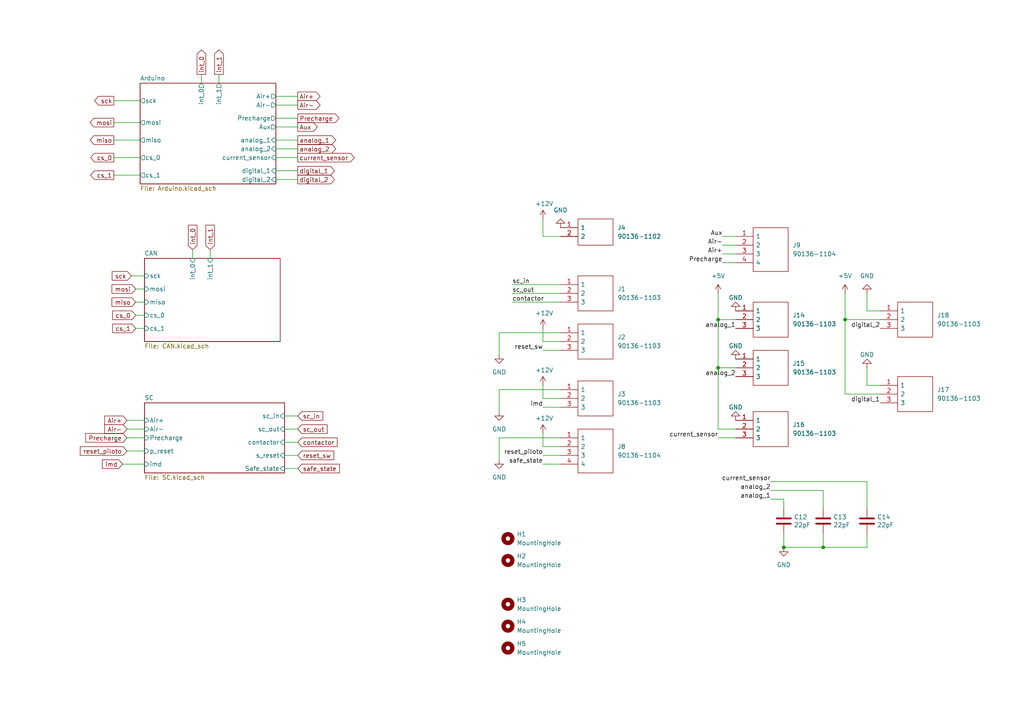
<source format=kicad_sch>
(kicad_sch (version 20211123) (generator eeschema)
  (paper "A4")
  (lib_symbols
    (symbol "Conector 2 pin C-grid:90136-1102" (pin_names (offset 0.762))
      (property "Reference" "J" (at 16.51 7.62 0))
      (property "Value" "90136-1102" (at 16.51 5.08 0))
      (symbol "90136-1102_0_0"
        (pin passive line (at 0 0 0) (length 5.08) (name "1") (number "1"))
        (pin passive line (at 0 -2.54 0) (length 5.08) (name "2") (number "2"))
      )
      (symbol "90136-1102_0_1"
        (polyline (pts (xy 5.08 2.54) (xy 15.24 2.54) (xy 15.24 -5.08) (xy 5.08 -5.08) (xy 5.08 2.54)) (stroke (width 0.1524)))
      )
    )
    (symbol "Conector 3 pin C-grid:90136-1103" (pin_names (offset 0.762))
      (property "Reference" "J" (at 16.51 7.62 0))
      (property "Value" "90136-1103" (at 16.51 5.08 0))
      (symbol "90136-1103_0_0"
        (pin passive line (at 0 0 0) (length 5.08) (name "1") (number "1"))
        (pin passive line (at 0 -2.54 0) (length 5.08) (name "2") (number "2"))
        (pin passive line (at 0 -5.08 0) (length 5.08) (name "3") (number "3"))
      )
      (symbol "90136-1103_0_1"
        (polyline (pts (xy 5.08 2.54) (xy 15.24 2.54) (xy 15.24 -7.62) (xy 5.08 -7.62) (xy 5.08 2.54)) (stroke (width 0.1524)))
      )
    )
    (symbol "Conector 4 pin C-grid:90136-1104" (pin_names (offset 0.762))
      (property "Reference" "J" (at 16.51 7.62 0))
      (property "Value" "90136-1104" (at 16.51 5.08 0))
      (symbol "90136-1104_0_0"
        (pin passive line (at 0 0 0) (length 5.08) (name "1") (number "1"))
        (pin passive line (at 0 -2.54 0) (length 5.08) (name "2") (number "2"))
        (pin passive line (at 0 -5.08 0) (length 5.08) (name "3") (number "3"))
        (pin passive line (at 0 -7.62 0) (length 5.08) (name "4") (number "4"))
      )
      (symbol "90136-1104_0_1"
        (polyline (pts (xy 5.08 2.54) (xy 15.24 2.54) (xy 15.24 -10.16) (xy 5.08 -10.16) (xy 5.08 2.54)) (stroke (width 0.1524)))
      )
    )
    (symbol "Device:C" (pin_numbers hide) (pin_names (offset 0.254))
      (property "Reference" "C" (at 0.635 2.54 0))
      (property "Value" "C" (at 0.635 -2.54 0))
      (symbol "C_0_1"
        (polyline (pts (xy -2.032 -0.762) (xy 2.032 -0.762)) (stroke (width 0.508)))
        (polyline (pts (xy -2.032 0.762) (xy 2.032 0.762)) (stroke (width 0.508)))
      )
      (symbol "C_1_1"
        (pin passive line (at 0 3.81 270) (length 2.794) (name "~") (number "1"))
        (pin passive line (at 0 -3.81 90) (length 2.794) (name "~") (number "2"))
      )
    )
    (symbol "Mechanical:MountingHole" (pin_names (offset 1.016))
      (property "Reference" "H" (at 0 5.08 0))
      (property "Value" "MountingHole" (at 0 3.175 0))
      (symbol "MountingHole_0_1"
        (circle (center 0 0) (radius 1.27) (stroke (width 1.27)))
      )
    )
    (symbol "power:+12V" (power) (pin_names (offset 0))
      (property "Value" "+12V" (at 0 3.556 0))
      (symbol "+12V_0_1"
        (polyline (pts (xy -0.762 1.27) (xy 0 2.54)))
        (polyline (pts (xy 0 0) (xy 0 2.54)))
        (polyline (pts (xy 0 2.54) (xy 0.762 1.27)))
      )
      (symbol "+12V_1_1"
        (pin power_in line (at 0 0 90) (length 0) hide (name "+12V") (number "1"))
      )
    )
    (symbol "power:+5V" (power) (pin_names (offset 0))
      (property "Value" "+5V" (at 0 3.556 0))
      (symbol "+5V_0_1"
        (polyline (pts (xy -0.762 1.27) (xy 0 2.54)))
        (polyline (pts (xy 0 0) (xy 0 2.54)))
        (polyline (pts (xy 0 2.54) (xy 0.762 1.27)))
      )
      (symbol "+5V_1_1"
        (pin power_in line (at 0 0 90) (length 0) hide (name "+5V") (number "1"))
      )
    )
    (symbol "power:GND" (power) (pin_names (offset 0))
      (property "Value" "GND" (at 0 -3.81 0))
      (symbol "GND_0_1"
        (polyline (pts (xy 0 0) (xy 0 -1.27) (xy 1.27 -1.27) (xy 0 -2.54) (xy -1.27 -1.27) (xy 0 -1.27)))
      )
      (symbol "GND_1_1"
        (pin power_in line (at 0 0 270) (length 0) hide (name "GND") (number "1"))
      )
    )
  )
  (junction (at 245.11 92.71))
  (junction (at 208.28 92.71))
  (junction (at 208.28 106.68))
  (junction (at 238.76 158.75))
  (junction (at 227.33 158.75))
  (wire (pts (xy 35.56 134.62) (xy 41.91 134.62)))
  (wire (pts (xy 157.48 111.76) (xy 157.48 115.57)))
  (wire (pts (xy 80.01 43.18) (xy 86.36 43.18)))
  (wire (pts (xy 33.02 50.8) (xy 40.64 50.8)))
  (wire (pts (xy 60.96 72.39) (xy 60.96 74.93)))
  (wire (pts (xy 208.28 127) (xy 213.36 127)))
  (wire (pts (xy 39.37 87.63) (xy 41.91 87.63)))
  (wire (pts (xy 144.78 113.03) (xy 144.78 119.38)))
  (wire (pts (xy 251.46 154.94) (xy 251.46 158.75)))
  (wire (pts (xy 157.48 129.54) (xy 162.56 129.54)))
  (wire (pts (xy 251.46 90.17) (xy 255.27 90.17)))
  (wire (pts (xy 251.46 106.68) (xy 251.46 111.76)))
  (wire (pts (xy 157.48 125.73) (xy 157.48 129.54)))
  (wire (pts (xy 36.83 124.46) (xy 41.91 124.46)))
  (wire (pts (xy 82.55 120.65) (xy 86.36 120.65)))
  (wire (pts (xy 157.48 134.62) (xy 162.56 134.62)))
  (wire (pts (xy 63.5 21.59) (xy 63.5 24.13)))
  (wire (pts (xy 36.83 130.81) (xy 41.91 130.81)))
  (wire (pts (xy 227.33 158.75) (xy 238.76 158.75)))
  (wire (pts (xy 245.11 85.09) (xy 245.11 92.71)))
  (wire (pts (xy 157.48 115.57) (xy 162.56 115.57)))
  (wire (pts (xy 238.76 142.24) (xy 238.76 147.32)))
  (wire (pts (xy 208.28 124.46) (xy 213.36 124.46)))
  (wire (pts (xy 144.78 127) (xy 144.78 133.35)))
  (wire (pts (xy 33.02 45.72) (xy 40.64 45.72)))
  (wire (pts (xy 227.33 154.94) (xy 227.33 158.75)))
  (wire (pts (xy 251.46 111.76) (xy 255.27 111.76)))
  (wire (pts (xy 209.55 73.66) (xy 213.36 73.66)))
  (wire (pts (xy 80.01 27.94) (xy 86.36 27.94)))
  (wire (pts (xy 157.48 99.06) (xy 162.56 99.06)))
  (wire (pts (xy 238.76 158.75) (xy 251.46 158.75)))
  (wire (pts (xy 82.55 132.08) (xy 86.36 132.08)))
  (wire (pts (xy 80.01 30.48) (xy 86.36 30.48)))
  (wire (pts (xy 251.46 139.7) (xy 251.46 147.32)))
  (wire (pts (xy 33.02 35.56) (xy 40.64 35.56)))
  (wire (pts (xy 209.55 76.2) (xy 213.36 76.2)))
  (wire (pts (xy 223.52 144.78) (xy 227.33 144.78)))
  (wire (pts (xy 223.52 142.24) (xy 238.76 142.24)))
  (wire (pts (xy 208.28 85.09) (xy 208.28 92.71)))
  (wire (pts (xy 208.28 92.71) (xy 208.28 106.68)))
  (wire (pts (xy 39.37 91.44) (xy 41.91 91.44)))
  (wire (pts (xy 36.83 121.92) (xy 41.91 121.92)))
  (wire (pts (xy 238.76 154.94) (xy 238.76 158.75)))
  (wire (pts (xy 33.02 29.21) (xy 40.64 29.21)))
  (wire (pts (xy 227.33 147.32) (xy 227.33 144.78)))
  (wire (pts (xy 157.48 68.58) (xy 162.56 68.58)))
  (wire (pts (xy 245.11 92.71) (xy 245.11 114.3)))
  (wire (pts (xy 80.01 52.07) (xy 86.36 52.07)))
  (wire (pts (xy 58.42 21.59) (xy 58.42 24.13)))
  (wire (pts (xy 208.28 92.71) (xy 213.36 92.71)))
  (wire (pts (xy 148.59 82.55) (xy 162.56 82.55)))
  (wire (pts (xy 209.55 68.58) (xy 213.36 68.58)))
  (wire (pts (xy 80.01 49.53) (xy 86.36 49.53)))
  (wire (pts (xy 255.27 92.71) (xy 245.11 92.71)))
  (wire (pts (xy 82.55 135.89) (xy 86.36 135.89)))
  (wire (pts (xy 157.48 63.5) (xy 157.48 68.58)))
  (wire (pts (xy 148.59 87.63) (xy 162.56 87.63)))
  (wire (pts (xy 144.78 96.52) (xy 162.56 96.52)))
  (wire (pts (xy 80.01 36.83) (xy 86.36 36.83)))
  (wire (pts (xy 157.48 95.25) (xy 157.48 99.06)))
  (wire (pts (xy 208.28 106.68) (xy 208.28 124.46)))
  (wire (pts (xy 82.55 128.27) (xy 86.36 128.27)))
  (wire (pts (xy 55.88 72.39) (xy 55.88 74.93)))
  (wire (pts (xy 144.78 96.52) (xy 144.78 102.87)))
  (wire (pts (xy 39.37 95.25) (xy 41.91 95.25)))
  (wire (pts (xy 209.55 71.12) (xy 213.36 71.12)))
  (wire (pts (xy 148.59 85.09) (xy 162.56 85.09)))
  (wire (pts (xy 251.46 85.09) (xy 251.46 90.17)))
  (wire (pts (xy 38.1 80.01) (xy 41.91 80.01)))
  (wire (pts (xy 223.52 139.7) (xy 251.46 139.7)))
  (wire (pts (xy 162.56 127) (xy 144.78 127)))
  (wire (pts (xy 208.28 106.68) (xy 213.36 106.68)))
  (wire (pts (xy 157.48 118.11) (xy 162.56 118.11)))
  (wire (pts (xy 80.01 40.64) (xy 86.36 40.64)))
  (wire (pts (xy 157.48 132.08) (xy 162.56 132.08)))
  (wire (pts (xy 39.37 83.82) (xy 41.91 83.82)))
  (wire (pts (xy 162.56 113.03) (xy 144.78 113.03)))
  (wire (pts (xy 157.48 101.6) (xy 162.56 101.6)))
  (wire (pts (xy 80.01 34.29) (xy 86.36 34.29)))
  (wire (pts (xy 33.02 40.64) (xy 40.64 40.64)))
  (wire (pts (xy 80.01 45.72) (xy 86.36 45.72)))
  (wire (pts (xy 245.11 114.3) (xy 255.27 114.3)))
  (wire (pts (xy 82.55 124.46) (xy 86.36 124.46)))
  (wire (pts (xy 36.83 127) (xy 41.91 127)))
  (label "imd" (at 157.48 118.11 180))
  (label "reset_piloto" (at 157.48 132.08 180))
  (label "Air-" (at 209.55 71.12 180))
  (label "Precharge" (at 209.55 76.2 180))
  (label "analog_2" (at 213.36 109.22 180))
  (label "current_sensor" (at 223.52 139.7 180))
  (label "digital_1" (at 255.27 116.84 180))
  (label "contactor" (at 148.59 87.63 0))
  (label "sc_out" (at 148.59 85.09 0))
  (label "digital_2" (at 255.27 95.25 180))
  (label "analog_1" (at 223.52 144.78 180))
  (label "analog_2" (at 223.52 142.24 180))
  (label "current_sensor" (at 208.28 127 180))
  (label "Aux" (at 209.55 68.58 180))
  (label "sc_in" (at 148.59 82.55 0))
  (label "analog_1" (at 213.36 95.25 180))
  (label "safe_state" (at 157.48 134.62 180))
  (label "reset_sw" (at 157.48 101.6 180))
  (label "Air+" (at 209.55 73.66 180))
  (global_label "Air+" (shape input) (at 36.83 121.92 180) (property "Intersheet References" "${INTERSHEET_REFS}" (effects hide)))
  (global_label "Precharge" (shape output) (at 86.36 34.29 0) (property "Intersheet References" "${INTERSHEET_REFS}" (effects hide)))
  (global_label "int_1" (shape input) (at 60.96 72.39 90) (property "Intersheet References" "${INTERSHEET_REFS}" (effects hide)))
  (global_label "reset_piloto" (shape input) (at 36.83 130.81 180) (property "Intersheet References" "${INTERSHEET_REFS}" (effects hide)))
  (global_label "Air-" (shape output) (at 86.36 30.48 0) (property "Intersheet References" "${INTERSHEET_REFS}" (effects hide)))
  (global_label "digital_2" (shape output) (at 86.36 52.07 0) (property "Intersheet References" "${INTERSHEET_REFS}" (effects hide)))
  (global_label "int_0" (shape input) (at 55.88 72.39 90) (property "Intersheet References" "${INTERSHEET_REFS}" (effects hide)))
  (global_label "miso" (shape output) (at 33.02 40.64 180) (property "Intersheet References" "${INTERSHEET_REFS}" (effects hide)))
  (global_label "cs_1" (shape output) (at 33.02 50.8 180) (property "Intersheet References" "${INTERSHEET_REFS}" (effects hide)))
  (global_label "cs_0" (shape input) (at 39.37 91.44 180) (property "Intersheet References" "${INTERSHEET_REFS}" (effects hide)))
  (global_label "reset_sw" (shape input) (at 86.36 132.08 0) (property "Intersheet References" "${INTERSHEET_REFS}" (effects hide)))
  (global_label "miso" (shape input) (at 39.37 87.63 180) (property "Intersheet References" "${INTERSHEET_REFS}" (effects hide)))
  (global_label "mosi" (shape output) (at 33.02 35.56 180) (property "Intersheet References" "${INTERSHEET_REFS}" (effects hide)))
  (global_label "Air+" (shape output) (at 86.36 27.94 0) (property "Intersheet References" "${INTERSHEET_REFS}" (effects hide)))
  (global_label "int_0" (shape output) (at 58.42 21.59 90) (property "Intersheet References" "${INTERSHEET_REFS}" (effects hide)))
  (global_label "safe_state" (shape input) (at 86.36 135.89 0) (property "Intersheet References" "${INTERSHEET_REFS}" (effects hide)))
  (global_label "analog_2" (shape output) (at 86.36 43.18 0) (property "Intersheet References" "${INTERSHEET_REFS}" (effects hide)))
  (global_label "Aux" (shape output) (at 86.36 36.83 0) (property "Intersheet References" "${INTERSHEET_REFS}" (effects hide)))
  (global_label "sc_out" (shape input) (at 86.36 124.46 0) (property "Intersheet References" "${INTERSHEET_REFS}" (effects hide)))
  (global_label "digital_1" (shape output) (at 86.36 49.53 0) (property "Intersheet References" "${INTERSHEET_REFS}" (effects hide)))
  (global_label "cs_1" (shape input) (at 39.37 95.25 180) (property "Intersheet References" "${INTERSHEET_REFS}" (effects hide)))
  (global_label "Air-" (shape input) (at 36.83 124.46 180) (property "Intersheet References" "${INTERSHEET_REFS}" (effects hide)))
  (global_label "mosi" (shape input) (at 39.37 83.82 180) (property "Intersheet References" "${INTERSHEET_REFS}" (effects hide)))
  (global_label "int_1" (shape output) (at 63.5 21.59 90) (property "Intersheet References" "${INTERSHEET_REFS}" (effects hide)))
  (global_label "cs_0" (shape output) (at 33.02 45.72 180) (property "Intersheet References" "${INTERSHEET_REFS}" (effects hide)))
  (global_label "Precharge" (shape input) (at 36.83 127 180) (property "Intersheet References" "${INTERSHEET_REFS}" (effects hide)))
  (global_label "sck" (shape output) (at 33.02 29.21 180) (property "Intersheet References" "${INTERSHEET_REFS}" (effects hide)))
  (global_label "contactor" (shape input) (at 86.36 128.27 0) (property "Intersheet References" "${INTERSHEET_REFS}" (effects hide)))
  (global_label "sck" (shape input) (at 38.1 80.01 180) (property "Intersheet References" "${INTERSHEET_REFS}" (effects hide)))
  (global_label "analog_1" (shape output) (at 86.36 40.64 0) (property "Intersheet References" "${INTERSHEET_REFS}" (effects hide)))
  (global_label "current_sensor" (shape output) (at 86.36 45.72 0) (property "Intersheet References" "${INTERSHEET_REFS}" (effects hide)))
  (global_label "sc_in" (shape input) (at 86.36 120.65 0) (property "Intersheet References" "${INTERSHEET_REFS}" (effects hide)))
  (global_label "imd" (shape input) (at 35.56 134.62 180) (property "Intersheet References" "${INTERSHEET_REFS}" (effects hide)))
  (symbol (lib_id "Device:C") (at 227.33 151.13 0) (unit 1)
    (property "Reference" "C12" (at 230.251 149.9616 0) (effects (justify left)))
    (property "Value" "22pF" (at 230.251 152.273 0) (effects (justify left)))
    (property "Footprint" "Capacitor_SMD:C_0805_2012Metric_Pad1.18x1.45mm_HandSolder" (effects hide))
  )
  (symbol (lib_id "power:+12V") (at 157.48 125.73 0) (unit 1)
    (property "Reference" "#PWR02" (effects hide))
    (property "Value" "+12V" (at 157.861 121.3358 0))
  )
  (symbol (lib_id "power:GND") (at 144.78 119.38 0) (mirror y) (unit 1)
    (property "Reference" "#PWR0140" (effects hide))
    (property "Value" "GND" (at 144.78 124.46 0))
  )
  (symbol (lib_id "power:+12V") (at 157.48 95.25 0) (unit 1)
    (property "Reference" "#PWR0119" (effects hide))
    (property "Value" "+12V" (at 157.861 90.8558 0))
  )
  (symbol (lib_id "Mechanical:MountingHole") (at 147.32 175.26 0) (unit 1)
    (property "Reference" "H3" (at 149.86 173.9899 0) (effects (justify left)))
    (property "Value" "MountingHole" (at 149.86 176.5299 0) (effects (justify left)))
  )
  (symbol (lib_id "power:+5V") (at 208.28 85.09 0) (unit 1)
    (property "Reference" "#PWR03" (effects hide))
    (property "Value" "+5V" (at 208.28 80.01 0))
  )
  (symbol (lib_id "Conector 2 pin C-grid:90136-1102") (at 162.56 66.04 0) (unit 1)
    (property "Reference" "J4" (at 179.07 66.0399 0) (effects (justify left)))
    (property "Value" "90136-1102" (at 179.07 68.5799 0) (effects (justify left)))
    (property "Footprint" "Conector 2 pin C-grid:SHDR2W65P0X254_1X2_843X721X1110P" (effects hide))
    (property "Description" "Header 2.54mm, single row, vertical, 2w Molex C-GRID III Series, Series Number 90136, 2.54mm Pitch 2 Way 1 Row Straight PCB Header, Solder Termination, 3A" (effects hide))
    (property "Height" "11.1" (effects hide))
    (property "Mouser Part Number" "538-90136-1102" (effects hide))
    (property "Mouser Price/Stock" "https://www.mouser.co.uk/ProductDetail/Molex/90136-1102?qs=kEwmkoUtv7SiXyA4aT%252Bklw%3D%3D" (effects hide))
    (property "Manufacturer_Name" "Molex" (effects hide))
    (property "Manufacturer_Part_Number" "90136-1102" (effects hide))
  )
  (symbol (lib_id "power:+12V") (at 157.48 111.76 0) (unit 1)
    (property "Reference" "#PWR0141" (effects hide))
    (property "Value" "+12V" (at 157.861 107.3658 0))
  )
  (symbol (lib_id "Mechanical:MountingHole") (at 147.32 162.56 0) (unit 1)
    (property "Reference" "H2" (at 149.86 161.2899 0) (effects (justify left)))
    (property "Value" "MountingHole" (at 149.86 163.8299 0) (effects (justify left)))
  )
  (symbol (lib_id "Mechanical:MountingHole") (at 147.32 156.21 0) (unit 1)
    (property "Reference" "H1" (at 149.86 154.9399 0) (effects (justify left)))
    (property "Value" "MountingHole" (at 149.86 157.4799 0) (effects (justify left)))
  )
  (symbol (lib_id "Conector 4 pin C-grid:90136-1104") (at 213.36 68.58 0) (unit 1)
    (property "Reference" "J9" (at 229.87 71.1199 0) (effects (justify left)))
    (property "Value" "90136-1104" (at 229.87 73.6599 0) (effects (justify left)))
    (property "Footprint" "Conector 4 pin C-grd:SHDR4W65P0X254_1X4_1351X721X1110P" (effects hide))
    (property "Description" "Headers & Wire Housings C-GRID III 4 CKT SHR" (effects hide))
    (property "Height" "11.1" (effects hide))
    (property "Mouser Part Number" "538-90136-1104" (effects hide))
    (property "Mouser Price/Stock" "https://www.mouser.co.uk/ProductDetail/Molex/90136-1104?qs=TEDqGy%252B%2F3mHtJT6agql3rA%3D%3D" (effects hide))
    (property "Manufacturer_Name" "Molex" (effects hide))
    (property "Manufacturer_Part_Number" "90136-1104" (effects hide))
  )
  (symbol (lib_id "Conector 3 pin C-grid:90136-1103") (at 255.27 111.76 0) (unit 1)
    (property "Reference" "J17" (at 271.78 113.0299 0) (effects (justify left)))
    (property "Value" "90136-1103" (at 271.78 115.5699 0) (effects (justify left)))
    (property "Footprint" "Conector 3 pin C-grid:SHDR3W65P0X254_1X3_1097X721X1110P" (effects hide))
    (property "Description" "Header 2.54mm, single row, vertical, 3w Molex C-GRID III Series, Series Number 90136, 2.54mm Pitch 3 Way 1 Row Straight PCB Header, Solder Termination, 3A" (effects hide))
    (property "Height" "11.1" (effects hide))
    (property "Mouser Part Number" "538-90136-1103" (effects hide))
    (property "Mouser Price/Stock" "https://www.mouser.co.uk/ProductDetail/Molex/90136-1103?qs=kEwmkoUtv7SHZQ1YiKbD1w%3D%3D" (effects hide))
    (property "Manufacturer_Name" "Molex" (effects hide))
    (property "Manufacturer_Part_Number" "90136-1103" (effects hide))
  )
  (symbol (lib_id "Conector 3 pin C-grid:90136-1103") (at 162.56 96.52 0) (unit 1)
    (property "Reference" "J2" (at 179.07 97.7899 0) (effects (justify left)))
    (property "Value" "90136-1103" (at 179.07 100.3299 0) (effects (justify left)))
    (property "Footprint" "Conector 3 pin C-grid:SHDR3W65P0X254_1X3_1097X721X1110P" (effects hide))
    (property "Description" "Header 2.54mm, single row, vertical, 3w Molex C-GRID III Series, Series Number 90136, 2.54mm Pitch 3 Way 1 Row Straight PCB Header, Solder Termination, 3A" (effects hide))
    (property "Height" "11.1" (effects hide))
    (property "Mouser Part Number" "538-90136-1103" (effects hide))
    (property "Mouser Price/Stock" "https://www.mouser.co.uk/ProductDetail/Molex/90136-1103?qs=kEwmkoUtv7SHZQ1YiKbD1w%3D%3D" (effects hide))
    (property "Manufacturer_Name" "Molex" (effects hide))
    (property "Manufacturer_Part_Number" "90136-1103" (effects hide))
  )
  (symbol (lib_id "power:GND") (at 251.46 106.68 180) (unit 1)
    (property "Reference" "#PWR0144" (effects hide))
    (property "Value" "GND" (at 251.46 102.87 0))
  )
  (symbol (lib_id "Conector 3 pin C-grid:90136-1103") (at 162.56 113.03 0) (unit 1)
    (property "Reference" "J3" (at 179.07 114.2999 0) (effects (justify left)))
    (property "Value" "90136-1103" (at 179.07 116.8399 0) (effects (justify left)))
    (property "Footprint" "Conector 3 pin C-grid:SHDR3W65P0X254_1X3_1097X721X1110P" (effects hide))
    (property "Description" "Header 2.54mm, single row, vertical, 3w Molex C-GRID III Series, Series Number 90136, 2.54mm Pitch 3 Way 1 Row Straight PCB Header, Solder Termination, 3A" (effects hide))
    (property "Height" "11.1" (effects hide))
    (property "Mouser Part Number" "538-90136-1103" (effects hide))
    (property "Mouser Price/Stock" "https://www.mouser.co.uk/ProductDetail/Molex/90136-1103?qs=kEwmkoUtv7SHZQ1YiKbD1w%3D%3D" (effects hide))
    (property "Manufacturer_Name" "Molex" (effects hide))
    (property "Manufacturer_Part_Number" "90136-1103" (effects hide))
  )
  (symbol (lib_id "power:GND") (at 251.46 85.09 180) (unit 1)
    (property "Reference" "#PWR0146" (effects hide))
    (property "Value" "GND" (at 251.46 80.01 0))
  )
  (symbol (lib_id "Mechanical:MountingHole") (at 147.32 181.61 0) (unit 1)
    (property "Reference" "H4" (at 149.86 180.3399 0) (effects (justify left)))
    (property "Value" "MountingHole" (at 149.86 182.8799 0) (effects (justify left)))
  )
  (symbol (lib_id "Mechanical:MountingHole") (at 147.32 187.96 0) (unit 1)
    (property "Reference" "H5" (at 149.86 186.6899 0) (effects (justify left)))
    (property "Value" "MountingHole" (at 149.86 189.2299 0) (effects (justify left)))
  )
  (symbol (lib_id "power:GND") (at 213.36 104.14 180) (unit 1)
    (property "Reference" "#PWR0154" (effects hide))
    (property "Value" "GND" (at 213.36 100.33 0))
  )
  (symbol (lib_id "Conector 3 pin C-grid:90136-1103") (at 213.36 121.92 0) (unit 1)
    (property "Reference" "J16" (at 229.87 123.1899 0) (effects (justify left)))
    (property "Value" "90136-1103" (at 229.87 125.7299 0) (effects (justify left)))
    (property "Footprint" "Conector 3 pin C-grid:SHDR3W65P0X254_1X3_1097X721X1110P" (effects hide))
    (property "Description" "Header 2.54mm, single row, vertical, 3w Molex C-GRID III Series, Series Number 90136, 2.54mm Pitch 3 Way 1 Row Straight PCB Header, Solder Termination, 3A" (effects hide))
    (property "Height" "11.1" (effects hide))
    (property "Mouser Part Number" "538-90136-1103" (effects hide))
    (property "Mouser Price/Stock" "https://www.mouser.co.uk/ProductDetail/Molex/90136-1103?qs=kEwmkoUtv7SHZQ1YiKbD1w%3D%3D" (effects hide))
    (property "Manufacturer_Name" "Molex" (effects hide))
    (property "Manufacturer_Part_Number" "90136-1103" (effects hide))
  )
  (symbol (lib_id "Device:C") (at 251.46 151.13 0) (unit 1)
    (property "Reference" "C14" (at 254.381 149.9616 0) (effects (justify left)))
    (property "Value" "22pF" (at 254.381 152.273 0) (effects (justify left)))
    (property "Footprint" "Capacitor_SMD:C_0805_2012Metric_Pad1.18x1.45mm_HandSolder" (effects hide))
  )
  (symbol (lib_id "power:+5V") (at 245.11 85.09 0) (unit 1)
    (property "Reference" "#PWR0145" (effects hide))
    (property "Value" "+5V" (at 245.11 80.01 0))
  )
  (symbol (lib_id "power:GND") (at 227.33 158.75 0) (unit 1)
    (property "Reference" "#PWR07" (effects hide))
    (property "Value" "GND" (at 227.33 163.83 0))
  )
  (symbol (lib_id "Conector 3 pin C-grid:90136-1103") (at 213.36 104.14 0) (unit 1)
    (property "Reference" "J15" (at 229.87 105.4099 0) (effects (justify left)))
    (property "Value" "90136-1103" (at 229.87 107.9499 0) (effects (justify left)))
    (property "Footprint" "Conector 3 pin C-grid:SHDR3W65P0X254_1X3_1097X721X1110P" (effects hide))
    (property "Description" "Header 2.54mm, single row, vertical, 3w Molex C-GRID III Series, Series Number 90136, 2.54mm Pitch 3 Way 1 Row Straight PCB Header, Solder Termination, 3A" (effects hide))
    (property "Height" "11.1" (effects hide))
    (property "Mouser Part Number" "538-90136-1103" (effects hide))
    (property "Mouser Price/Stock" "https://www.mouser.co.uk/ProductDetail/Molex/90136-1103?qs=kEwmkoUtv7SHZQ1YiKbD1w%3D%3D" (effects hide))
    (property "Manufacturer_Name" "Molex" (effects hide))
    (property "Manufacturer_Part_Number" "90136-1103" (effects hide))
  )
  (symbol (lib_id "Device:C") (at 238.76 151.13 0) (unit 1)
    (property "Reference" "C13" (at 241.681 149.9616 0) (effects (justify left)))
    (property "Value" "22pF" (at 241.681 152.273 0) (effects (justify left)))
    (property "Footprint" "Capacitor_SMD:C_0805_2012Metric_Pad1.18x1.45mm_HandSolder" (effects hide))
  )
  (symbol (lib_id "power:GND") (at 213.36 121.92 180) (unit 1)
    (property "Reference" "#PWR06" (effects hide))
    (property "Value" "GND" (at 213.36 118.11 0))
  )
  (symbol (lib_id "power:GND") (at 213.36 90.17 180) (unit 1)
    (property "Reference" "#PWR0155" (effects hide))
    (property "Value" "GND" (at 213.36 86.36 0))
  )
  (symbol (lib_id "power:GND") (at 144.78 102.87 0) (mirror y) (unit 1)
    (property "Reference" "#PWR0118" (effects hide))
    (property "Value" "GND" (at 144.78 107.95 0))
  )
  (symbol (lib_id "power:GND") (at 162.56 66.04 0) (mirror x) (unit 1)
    (property "Reference" "#PWR0143" (effects hide))
    (property "Value" "GND" (at 162.56 60.96 0))
  )
  (symbol (lib_id "power:+12V") (at 157.48 63.5 0) (unit 1)
    (property "Reference" "#PWR0142" (effects hide))
    (property "Value" "+12V" (at 157.861 59.1058 0))
  )
  (symbol (lib_id "Conector 4 pin C-grid:90136-1104") (at 162.56 127 0) (unit 1)
    (property "Reference" "J8" (at 179.07 129.5399 0) (effects (justify left)))
    (property "Value" "90136-1104" (at 179.07 132.0799 0) (effects (justify left)))
    (property "Footprint" "Conector 4 pin C-grd:SHDR4W65P0X254_1X4_1351X721X1110P" (effects hide))
    (property "Description" "Headers & Wire Housings C-GRID III 4 CKT SHR" (effects hide))
    (property "Height" "11.1" (effects hide))
    (property "Mouser Part Number" "538-90136-1104" (effects hide))
    (property "Mouser Price/Stock" "https://www.mouser.co.uk/ProductDetail/Molex/90136-1104?qs=TEDqGy%252B%2F3mHtJT6agql3rA%3D%3D" (effects hide))
    (property "Manufacturer_Name" "Molex" (effects hide))
    (property "Manufacturer_Part_Number" "90136-1104" (effects hide))
  )
  (symbol (lib_id "Conector 3 pin C-grid:90136-1103") (at 162.56 82.55 0) (unit 1)
    (property "Reference" "J1" (at 179.07 83.8199 0) (effects (justify left)))
    (property "Value" "90136-1103" (at 179.07 86.3599 0) (effects (justify left)))
    (property "Footprint" "Conector 3 pin C-grid:SHDR3W65P0X254_1X3_1097X721X1110P" (effects hide))
    (property "Description" "Header 2.54mm, single row, vertical, 3w Molex C-GRID III Series, Series Number 90136, 2.54mm Pitch 3 Way 1 Row Straight PCB Header, Solder Termination, 3A" (effects hide))
    (property "Height" "11.1" (effects hide))
    (property "Mouser Part Number" "538-90136-1103" (effects hide))
    (property "Mouser Price/Stock" "https://www.mouser.co.uk/ProductDetail/Molex/90136-1103?qs=kEwmkoUtv7SHZQ1YiKbD1w%3D%3D" (effects hide))
    (property "Manufacturer_Name" "Molex" (effects hide))
    (property "Manufacturer_Part_Number" "90136-1103" (effects hide))
  )
  (symbol (lib_id "power:GND") (at 144.78 133.35 0) (mirror y) (unit 1)
    (property "Reference" "#PWR01" (effects hide))
    (property "Value" "GND" (at 144.78 138.43 0))
  )
  (symbol (lib_id "Conector 3 pin C-grid:90136-1103") (at 255.27 90.17 0) (unit 1)
    (property "Reference" "J18" (at 271.78 91.4399 0) (effects (justify left)))
    (property "Value" "90136-1103" (at 271.78 93.9799 0) (effects (justify left)))
    (property "Footprint" "Conector 3 pin C-grid:SHDR3W65P0X254_1X3_1097X721X1110P" (effects hide))
    (property "Description" "Header 2.54mm, single row, vertical, 3w Molex C-GRID III Series, Series Number 90136, 2.54mm Pitch 3 Way 1 Row Straight PCB Header, Solder Termination, 3A" (effects hide))
    (property "Height" "11.1" (effects hide))
    (property "Mouser Part Number" "538-90136-1103" (effects hide))
    (property "Mouser Price/Stock" "https://www.mouser.co.uk/ProductDetail/Molex/90136-1103?qs=kEwmkoUtv7SHZQ1YiKbD1w%3D%3D" (effects hide))
    (property "Manufacturer_Name" "Molex" (effects hide))
    (property "Manufacturer_Part_Number" "90136-1103" (effects hide))
  )
  (symbol (lib_id "Conector 3 pin C-grid:90136-1103") (at 213.36 90.17 0) (unit 1)
    (property "Reference" "J14" (at 229.87 91.4399 0) (effects (justify left)))
    (property "Value" "90136-1103" (at 229.87 93.9799 0) (effects (justify left)))
    (property "Footprint" "Conector 3 pin C-grid:SHDR3W65P0X254_1X3_1097X721X1110P" (effects hide))
    (property "Description" "Header 2.54mm, single row, vertical, 3w Molex C-GRID III Series, Series Number 90136, 2.54mm Pitch 3 Way 1 Row Straight PCB Header, Solder Termination, 3A" (effects hide))
    (property "Height" "11.1" (effects hide))
    (property "Mouser Part Number" "538-90136-1103" (effects hide))
    (property "Mouser Price/Stock" "https://www.mouser.co.uk/ProductDetail/Molex/90136-1103?qs=kEwmkoUtv7SHZQ1YiKbD1w%3D%3D" (effects hide))
    (property "Manufacturer_Name" "Molex" (effects hide))
    (property "Manufacturer_Part_Number" "90136-1103" (effects hide))
  )
  (sheet (at 40.64 24.13) (size 39.37 29.21)
    (property "Sheet name" "Arduino" (at 40.64 23.4184 0) (effects (justify left bottom)))
    (property "Sheet file" "Arduino.kicad_sch" (at 40.64 53.9246 0) (effects (justify left top)))
    (pin "cs_0" output (at 40.64 45.72 180))
    (pin "Air+" output (at 80.01 27.94 0))
    (pin "Aux" output (at 80.01 36.83 0))
    (pin "Precharge" output (at 80.01 34.29 0))
    (pin "Air-" output (at 80.01 30.48 0))
    (pin "mosi" output (at 40.64 35.56 180))
    (pin "int_0" output (at 58.42 24.13 90))
    (pin "sck" output (at 40.64 29.21 180))
    (pin "miso" output (at 40.64 40.64 180))
    (pin "int_1" output (at 63.5 24.13 90))
    (pin "cs_1" output (at 40.64 50.8 180))
    (pin "analog_1" input (at 80.01 40.64 0))
    (pin "analog_2" input (at 80.01 43.18 0))
    (pin "current_sensor" input (at 80.01 45.72 0))
    (pin "digital_2" input (at 80.01 52.07 0))
    (pin "digital_1" input (at 80.01 49.53 0))
  )
  (sheet (at 41.91 74.93) (size 39.37 24.13)
    (property "Sheet name" "CAN" (at 41.91 74.2184 0) (effects (justify left bottom)))
    (property "Sheet file" "CAN.kicad_sch" (at 41.91 99.6446 0) (effects (justify left top)))
    (pin "cs_0" input (at 41.91 91.44 180))
    (pin "int_0" input (at 55.88 74.93 90))
    (pin "int_1" input (at 60.96 74.93 90))
    (pin "cs_1" input (at 41.91 95.25 180))
    (pin "sck" input (at 41.91 80.01 180))
    (pin "miso" input (at 41.91 87.63 180))
    (pin "mosi" input (at 41.91 83.82 180))
  )
  (sheet (at 41.91 116.84) (size 40.64 20.32)
    (property "Sheet name" "SC" (at 41.91 116.1284 0) (effects (justify left bottom)))
    (property "Sheet file" "SC.kicad_sch" (at 41.91 137.7446 0) (effects (justify left top)))
    (pin "Air+" input (at 41.91 121.92 180))
    (pin "Air-" input (at 41.91 124.46 180))
    (pin "Precharge" input (at 41.91 127 180))
    (pin "sc_in" input (at 82.55 120.65 0))
    (pin "sc_out" input (at 82.55 124.46 0))
    (pin "contactor" input (at 82.55 128.27 0))
    (pin "s_reset" input (at 82.55 132.08 0))
    (pin "imd" input (at 41.91 134.62 180))
    (pin "p_reset" input (at 41.91 130.81 180))
    (pin "Safe_state" input (at 82.55 135.89 0))
  )
)
</source>
